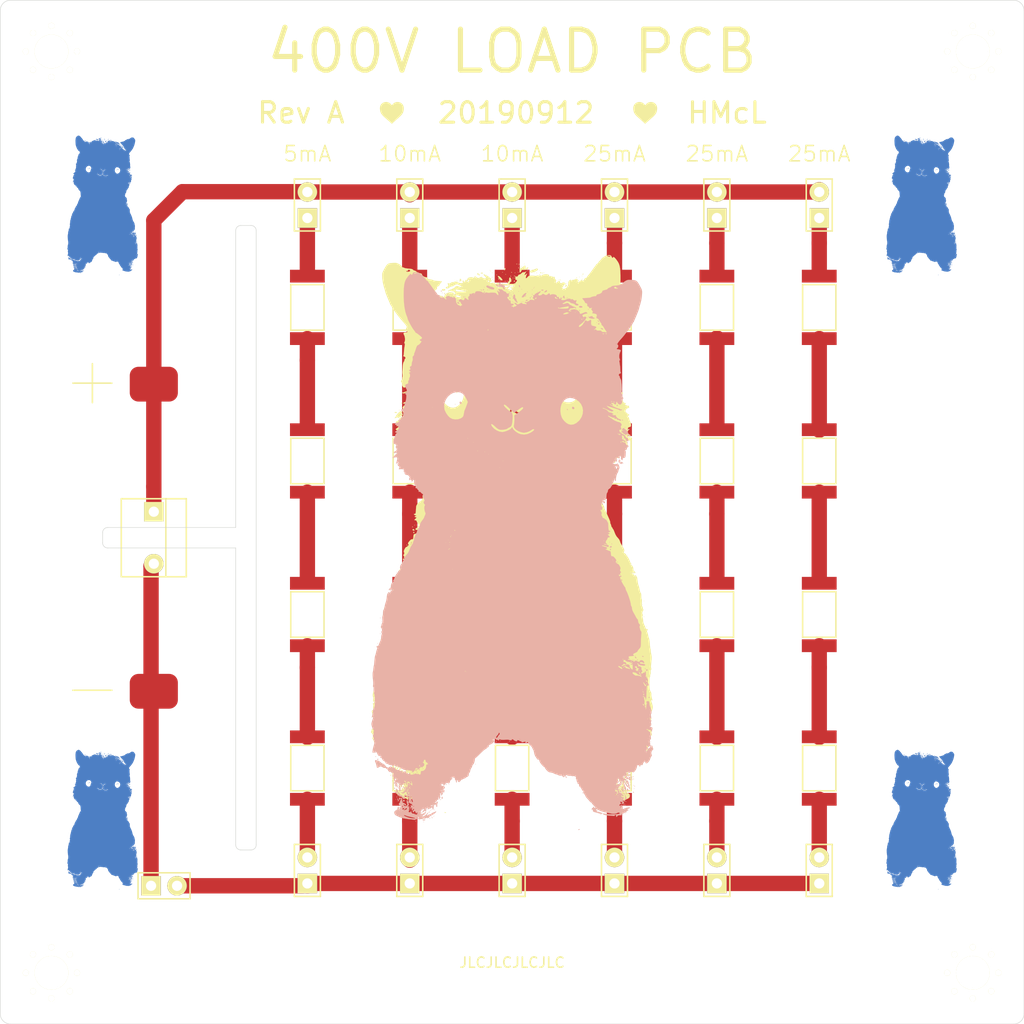
<source format=kicad_pcb>
(kicad_pcb (version 20221018) (generator pcbnew)
  (layers (0 "F.Cu" signal) (31 "B.Cu" signal) (34 "B.Paste" user) (35 "F.Paste" user) (36 "B.SilkS" user "B.Silkscreen") (37 "F.SilkS" user "F.Silkscreen") (38 "B.Mask" user) (39 "F.Mask" user) (44 "Edge.Cuts" user))
  (net 0 "")
  (net 1 "Net-(J1-Pad3)")
  (net 2 "Net-(J1-Pad1)")
  (net 3 "Net-(J11-Pad1)")
  (net 4 "Net-(J3-Pad2)")
  (net 5 "Net-(J4-Pad1)")
  (net 6 "Net-(J5-Pad2)")
  (net 7 "Net-(J6-Pad1)")
  (net 8 "Net-(J7-Pad2)")
  (net 9 "Net-(J8-Pad1)")
  (net 10 "Net-(J9-Pad2)")
  (net 11 "Net-(J10-Pad1)")
  (net 12 "Net-(J11-Pad2)")
  (net 13 "Net-(J12-Pad1)")
  (net 14 "Net-(J13-Pad1)")
  (net 15 "Net-(J14-Pad2)")
  (net 16 "Net-(R1-Pad2)")
  (net 17 "Net-(R2-Pad2)")
  (net 18 "Net-(R3-Pad2)")
  (net 19 "Net-(R5-Pad2)")
  (net 20 "Net-(R6-Pad2)")
  (net 21 "Net-(R7-Pad2)")
  (net 22 "Net-(R10-Pad1)")
  (net 23 "Net-(R10-Pad2)")
  (net 24 "Net-(R11-Pad2)")
  (net 25 "Net-(R13-Pad2)")
  (net 26 "Net-(R14-Pad2)")
  (net 27 "Net-(R15-Pad2)")
  (net 28 "Net-(R17-Pad2)")
  (net 29 "Net-(R18-Pad2)")
  (net 30 "Net-(R19-Pad2)")
  (net 31 "Net-(R21-Pad2)")
  (net 32 "Net-(R22-Pad2)")
  (net 33 "Net-(R23-Pad2)")
  (footprint "agg:MOLEX-KK-254P-03" (layer "F.Cu") (at 60 97.5 -90)
    (fp_text reference "J1")
    (fp_text value "PWR_IN")
  )
  (footprint "agg:SIL-254P-02" (layer "F.Cu") (at 75 130 90)
    (fp_text reference "J3")
    (fp_text value "CONN_01x02")
  )
  (footprint "agg:SIL-254P-02" (layer "F.Cu") (at 85 130 90)
    (fp_text reference "J5")
    (fp_text value "CONN_01x02")
  )
  (footprint "agg:SIL-254P-02" (layer "F.Cu") (at 85 65 90)
    (fp_text reference "J6")
    (fp_text value "CONN_01x02")
  )
  (footprint "agg:SIL-254P-02" (layer "F.Cu") (at 95 130 90)
    (fp_text reference "J7")
    (fp_text value "CONN_01x02")
  )
  (footprint "agg:SIL-254P-02" (layer "F.Cu") (at 95 65 90)
    (fp_text reference "J8")
    (fp_text value "CONN_01x02")
  )
  (footprint "agg:SIL-254P-02" (layer "F.Cu") (at 105 130 90)
    (fp_text reference "J9")
    (fp_text value "CONN_01x02")
  )
  (footprint "agg:SIL-254P-02" (layer "F.Cu") (at 105 65 90)
    (fp_text reference "J10")
    (fp_text value "CONN_01x02")
  )
  (footprint "agg:SIL-254P-02" (layer "F.Cu") (at 115 65 90)
    (fp_text reference "J12")
    (fp_text value "CONN_01x02")
  )
  (footprint "agg:SIL-254P-02" (layer "F.Cu") (at 125 65 90)
    (fp_text reference "J13")
    (fp_text value "CONN_01x02")
  )
  (footprint "agg:SIL-254P-02" (layer "F.Cu") (at 125 130 90)
    (fp_text reference "J14")
    (fp_text value "CONN_01x02")
  )
  (footprint "agg:2512" (layer "F.Cu") (at 75 75 -90)
    (fp_text reference "R1")
    (fp_text value "20k")
  )
  (footprint "agg:2512" (layer "F.Cu") (at 75 90 -90)
    (fp_text reference "R2")
    (fp_text value "20k")
  )
  (footprint "agg:2512" (layer "F.Cu") (at 75 105 -90)
    (fp_text reference "R3")
    (fp_text value "20k")
  )
  (footprint "agg:2512" (layer "F.Cu") (at 75 120 -90)
    (fp_text reference "R4")
    (fp_text value "20k")
  )
  (footprint "agg:2512" (layer "F.Cu") (at 85 105 -90)
    (fp_text reference "R7")
    (fp_text value "10k")
  )
  (footprint "agg:2512" (layer "F.Cu") (at 85 120 -90)
    (fp_text reference "R8")
    (fp_text value "10k")
  )
  (footprint "agg:2512" (layer "F.Cu") (at 95 75 -90)
    (fp_text reference "R9")
    (fp_text value "10k")
  )
  (footprint "agg:2512" (layer "F.Cu") (at 95 105 -90)
    (fp_text reference "R11")
    (fp_text value "10k")
  )
  (footprint "agg:2512" (layer "F.Cu") (at 95 120 -90)
    (fp_text reference "R12")
    (fp_text value "10k")
  )
  (footprint "agg:2512" (layer "F.Cu") (at 105 75 -90)
    (fp_text reference "R13")
    (fp_text value "3k9")
  )
  (footprint "agg:2512" (layer "F.Cu") (at 105 90 -90)
    (fp_text reference "R14")
    (fp_text value "3k9")
  )
  (footprint "agg:2512" (layer "F.Cu") (at 105 105 -90)
    (fp_text reference "R15")
    (fp_text value "3k9")
  )
  (footprint "agg:2512" (layer "F.Cu") (at 105 120 -90)
    (fp_text reference "R16")
    (fp_text value "3k9")
  )
  (footprint "agg:2512" (layer "F.Cu") (at 115 90 -90)
    (fp_text reference "R18")
    (fp_text value "3k9")
  )
  (footprint "agg:2512" (layer "F.Cu") (at 115 105 -90)
    (fp_text reference "R19")
    (fp_text value "3k9")
  )
  (footprint "agg:2512" (layer "F.Cu") (at 115 120 -90)
    (fp_text reference "R20")
    (fp_text value "3k9")
  )
  (footprint "agg:KEYSTONE5016" (layer "F.Cu") (at 60 112.5)
    (fp_text reference "TP2")
    (fp_text value "TESTPAD")
  )
  (footprint "agg:2512" (layer "F.Cu") (at 85 75 -90)
    (fp_text reference "R5")
    (fp_text value "10k")
  )
  (footprint "agg:2512" (layer "F.Cu") (at 85 90 -90)
    (fp_text reference "R6")
    (fp_text value "10k")
  )
  (footprint "agg:2512" (layer "F.Cu") (at 95 90 -90)
    (fp_text reference "R10")
    (fp_text value "10k")
  )
  (footprint "agg:2512" (layer "F.Cu") (at 125 105 -90)
    (fp_text reference "R23")
    (fp_text value "3k9")
  )
  (footprint "agg:2512" (layer "F.Cu") (at 125 90 -90)
    (fp_text reference "R22")
    (fp_text value "3k9")
  )
  (footprint "agg:2512" (layer "F.Cu") (at 125 75 -90)
    (fp_text reference "R21")
    (fp_text value "3k9")
  )
  (footprint "agg:2512" (layer "F.Cu") (at 125 120 -90)
    (fp_text reference "R24")
    (fp_text value "3k9")
  )
  (footprint "agg:SIL-254P-02" (layer "F.Cu") (at 115 130 90)
    (fp_text reference "J11")
    (fp_text value "CONN_01x02")
  )
  (footprint "agg:SIL-254P-02" (layer "F.Cu") (at 75 65 90)
    (fp_text reference "J4")
    (fp_text value "CONN_01x02")
  )
  (footprint "agg:SIL-254P-02" (layer "F.Cu") (at 61 131.5)
    (fp_text reference "J2")
    (fp_text value "CONN_01x02")
  )
  (footprint "agg:KEYSTONE5016" (layer "F.Cu") (at 60 82.5)
    (fp_text reference "TP1")
    (fp_text value "TESTPAD")
  )
  (footprint "agg:2512" (layer "F.Cu") (at 115 75 -90)
    (fp_text reference "R17")
    (fp_text value "3k9")
  )
  (footprint "agg:M3_MOUNT" (layer "F.Cu") (at 140 140)
    (fp_text reference "REF**" hide)
    (fp_text value "M3_MOUNT" hide)
  )
  (footprint "agg:M3_MOUNT" (layer "F.Cu") (at 50 140)
    (fp_text reference "REF**" hide)
    (fp_text value "M3_MOUNT" hide)
  )
  (footprint "agg:M3_MOUNT" (layer "F.Cu") (at 50 50)
    (fp_text reference "REF**" hide)
    (fp_text value "M3_MOUNT" hide)
  )
  (footprint "agg:M3_MOUNT" (layer "F.Cu") (at 140 50)
    (fp_text reference "REF**" hide)
    (fp_text value "M3_MOUNT" hide)
  )
  (footprint "load:heart" (layer "F.Cu") (at 83.25 56)
    (fp_text reference "G***" hide)
    (fp_text value "LOGO" hide)
  )
  (footprint "load:heart" (layer "F.Cu") (at 108 56)
    (fp_text reference "G***" hide)
    (fp_text value "LOGO" hide)
  )
  (footprint "load:alpacasso" (layer "F.Cu") (at 95 97)
    (fp_text reference "G***" hide)
    (fp_text value "LOGO" hide)
  )
  (footprint "load:alpacasso" (layer "B.Cu") (at 95 98.66 180)
    (fp_text reference "G***" hide)
    (fp_text value "LOGO" hide)
  )
  (footprint "load:alpacasso_small" (layer "B.Cu") (at 135 65 180)
    (fp_text reference "G***" hide)
    (fp_text value "LOGO" hide)
  )
  (footprint "load:alpacasso_small" (layer "B.Cu") (at 135 125 180)
    (fp_text reference "G***" hide)
    (fp_text value "LOGO" hide)
  )
  (footprint "load:alpacasso_small" (layer "B.Cu") (at 55 65 180)
    (fp_text reference "G***" hide)
    (fp_text value "LOGO" hide)
  )
  (footprint "load:alpacasso_small" (layer "B.Cu") (at 55 125 180)
    (fp_text reference "G***" hide)
    (fp_text value "LOGO" hide)
  )
  (gr_line (start 144 45) (end 46 45) (stroke (width 0.05)) (layer "Edge.Cuts"))
  (gr_line (start 70 127.5) (end 70 67.5) (stroke (width 0.05)) (layer "Edge.Cuts"))
  (gr_line (start 68 98.5) (end 68 127.5) (stroke (width 0.05)) (layer "Edge.Cuts"))
  (gr_arc (start 68 67.5) (mid 68.146447 67.146447) (end 68.5 67) (stroke (width 0.05)) (layer "Edge.Cuts"))
  (gr_arc (start 145 144) (mid 144.707107 144.707107) (end 144 145) (stroke (width 0.05)) (layer "Edge.Cuts"))
  (gr_arc (start 69.5 67) (mid 69.853553 67.146447) (end 70 67.5) (stroke (width 0.05)) (layer "Edge.Cuts"))
  (gr_line (start 68.5 128) (end 69.5 128) (stroke (width 0.05)) (layer "Edge.Cuts"))
  (gr_line (start 55 97) (end 55 98) (stroke (width 0.05)) (layer "Edge.Cuts"))
  (gr_line (start 68 67.5) (end 68 96.5) (stroke (width 0.05)) (layer "Edge.Cuts"))
  (gr_arc (start 144 45) (mid 144.707107 45.292893) (end 145 46) (stroke (width 0.05)) (layer "Edge.Cuts"))
  (gr_line (start 46 145) (end 144 145) (stroke (width 0.05)) (layer "Edge.Cuts"))
  (gr_arc (start 55.5 98.5) (mid 55.146447 98.353553) (end 55 98) (stroke (width 0.05)) (layer "Edge.Cuts"))
  (gr_arc (start 70 127.5) (mid 69.853553 127.853553) (end 69.5 128) (stroke (width 0.05)) (layer "Edge.Cuts"))
  (gr_arc (start 55 97) (mid 55.146447 96.646447) (end 55.5 96.5) (stroke (width 0.05)) (layer "Edge.Cuts"))
  (gr_line (start 55.5 98.5) (end 68 98.5) (stroke (width 0.05)) (layer "Edge.Cuts"))
  (gr_line (start 68 96.5) (end 55.5 96.5) (stroke (width 0.05)) (layer "Edge.Cuts"))
  (gr_line (start 145 144) (end 145 46) (stroke (width 0.05)) (layer "Edge.Cuts"))
  (gr_arc (start 46 145) (mid 45.292893 144.707107) (end 45 144) (stroke (width 0.05)) (layer "Edge.Cuts"))
  (gr_arc (start 68.5 128) (mid 68.146447 127.853553) (end 68 127.5) (stroke (width 0.05)) (layer "Edge.Cuts"))
  (gr_line (start 45 46) (end 45 144) (stroke (width 0.05)) (layer "Edge.Cuts"))
  (gr_line (start 69.5 67) (end 68.5 67) (stroke (width 0.05)) (layer "Edge.Cuts"))
  (gr_arc (start 45 46) (mid 45.292893 45.292893) (end 46 45) (stroke (width 0.05)) (layer "Edge.Cuts"))
  (gr_text "10mA" (at 85 60) (layer "F.SilkS") (effects (font (size 1.5 1.5))))
  (gr_text "10mA" (at 95 60) (layer "F.SilkS") (effects (font (size 1.5 1.5))))
  (gr_text "25mA" (at 105 60) (layer "F.SilkS") (effects (font (size 1.5 1.5))))
  (gr_text "25mA" (at 115 60) (layer "F.SilkS") (effects (font (size 1.5 1.5))))
  (gr_text "25mA" (at 125 60) (layer "F.SilkS") (effects (font (size 1.5 1.5))))
  (gr_text "-" (at 54 112) (layer "F.SilkS") (effects (font (size 5 5))))
  (gr_text "400V LOAD PCB" (at 95 50) (layer "F.SilkS") (effects (font (size 4 4) (thickness 0.5))))
  (gr_text "Rev A      20190912      HMcL" (at 95 56) (layer "F.SilkS") (effects (font (size 2 2) (thickness 0.3))))
  (gr_text "JLCJLCJLCJLC" (at 95 139) (layer "F.SilkS") (effects (font (size 1 1))))
  (gr_text "+" (at 54 82) (layer "F.SilkS") (effects (font (size 5 5))))
  (gr_text "5mA" (at 75 60) (layer "F.SilkS") (effects (font (size 1.5 1.5))))
  (segment (start 59.73 131.5) (end 59.73 100.27) (width 1.5) (layer "F.Cu") (net 1))
  (segment (start 59.73 100.27) (end 60 100) (width 1.5) (layer "F.Cu") (net 1))
  (segment (start 60 66.5) (end 62.8 63.7) (width 1.5) (layer "F.Cu") (net 2))
  (segment (start 75 63.73) (end 124.77 63.73) (width 1.5) (layer "F.Cu") (net 2))
  (segment (start 84.73 63.73) (end 85 64) (width 1.5) (layer "F.Cu") (net 2))
  (segment (start 62.8 63.7) (end 74.9 63.7) (width 1.5) (layer "F.Cu") (net 2))
  (segment (start 60 92.51) (end 60 82.5) (width 1.5) (layer "F.Cu") (net 2))
  (segment (start 60 82) (end 60 66.5) (width 1.5) (layer "F.Cu") (net 2))
  (segment (start 124.77 63.73) (end 125 63.5) (width 1.5) (layer "F.Cu") (net 2))
  (segment (start 60 94.96) (end 60 92.51) (width 1.5) (layer "F.Cu") (net 2))
  (segment (start 62.27 131.5) (end 74.5 131.5) (width 1.5) (layer "F.Cu") (net 3))
  (segment (start 75.23 131.27) (end 75 131.5) (width 1.5) (layer "F.Cu") (net 3))
  (segment (start 125 131.27) (end 75.23 131.27) (width 1.5) (layer "F.Cu") (net 3))
  (segment (start 75 123.05) (end 75 128.5) (width 1.5) (layer "F.Cu") (net 4))
  (segment (start 75 66.27) (end 75 71.5) (width 1.5) (layer "F.Cu") (net 5))
  (segment (start 85 123.05) (end 85 125.175) (width 1.5) (layer "F.Cu") (net 6))
  (segment (start 85 125.175) (end 85 129) (width 1.5) (layer "F.Cu") (net 6))
  (segment (start 85 66.27) (end 85 72) (width 1.5) (layer "F.Cu") (net 7))
  (segment (start 95 123.05) (end 95 125.175) (width 1.5) (layer "F.Cu") (net 8))
  (segment (start 95 125.175) (end 95 128.5) (width 1.5) (layer "F.Cu") (net 8))
  (segment (start 95 66.27) (end 95 72) (width 1.5) (layer "F.Cu") (net 9))
  (segment (start 105 125.175) (end 105 128.5) (width 1.5) (layer "F.Cu") (net 10))
  (segment (start 105 123.05) (end 105 125.175) (width 1.5) (layer "F.Cu") (net 10))
  (segment (start 105 66.27) (end 105 68.72) (width 1.5) (layer "F.Cu") (net 11))
  (segment (start 105 68.72) (end 105 72) (width 1.5) (layer "F.Cu") (net 11))
  (segment (start 115 123.05) (end 115 125.175) (width 1.5) (layer "F.Cu") (net 12))
  (segment (start 115 125.175) (end 115 128.5) (width 1.5) (layer "F.Cu") (net 12))
  (segment (start 115 66.27) (end 115 68.72) (width 1.5) (layer "F.Cu") (net 13))
  (segment (start 115 68.72) (end 115 71.5) (width 1.5) (layer "F.Cu") (net 13))
  (segment (start 125 68.72) (end 125 71.5) (width 1.5) (layer "F.Cu") (net 14))
  (segment (start 125 66.27) (end 125 68.72) (width 1.5) (layer "F.Cu") (net 14))
  (segment (start 125 123.05) (end 125 128.5) (width 1.5) (layer "F.Cu") (net 15))
  (segment (start 75 80.175) (end 75 86.5) (width 1.5) (layer "F.Cu") (net 16))
  (segment (start 75 78.05) (end 75 80.175) (width 1.5) (layer "F.Cu") (net 16))
  (segment (start 75 93.05) (end 75 101.5) (width 1.5) (layer "F.Cu") (net 17))
  (segment (start 75 108.05) (end 75 110.175) (width 1.5) (layer "F.Cu") (net 18))
  (segment (start 75 110.175) (end 75 117) (width 1.5) (layer "F.Cu") (net 18))
  (segment (start 85 78.05) (end 85 87) (width 1.5) (layer "F.Cu") (net 19))
  (segment (start 85 93.05) (end 85 95.175) (width 1.5) (layer "F.Cu") (net 20))
  (segment (start 85 95.175) (end 85 101.5) (width 1.5) (layer "F.Cu") (net 20))
  (segment (start 85 110.175) (end 85 116.5) (width 1.5) (layer "F.Cu") (net 21))
  (segment (start 85 108.05) (end 85 110.175) (width 1.5) (layer "F.Cu") (net 21))
  (segment (start 95 78.05) (end 95 87) (width 1.5) (layer "F.Cu") (net 22))
  (segment (start 95 93.05) (end 95 101.5) (width 1.5) (layer "F.Cu") (net 23))
  (segment (start 95 110.175) (end 95 117) (width 1.5) (layer "F.Cu") (net 24))
  (segment (start 95 108.05) (end 95 110.175) (width 1.5) (layer "F.Cu") (net 24))
  (segment (start 105 78.05) (end 105 87) (width 1.5) (layer "F.Cu") (net 25))
  (segment (start 105 93.05) (end 105 95.175) (width 1.5) (layer "F.Cu") (net 26))
  (segment (start 105 95.175) (end 105 101.5) (width 1.5) (layer "F.Cu") (net 26))
  (segment (start 105 110.175) (end 105 117) (width 1.5) (layer "F.Cu") (net 27))
  (segment (start 105 108.05) (end 105 110.175) (width 1.5) (layer "F.Cu") (net 27))
  (segment (start 115 78.05) (end 115 78) (width 1.5) (layer "F.Cu") (net 28))
  (segment (start 115 78) (end 115 86.5) (width 1.5) (layer "F.Cu") (net 28))
  (segment (start 115 95.175) (end 115 101.5) (width 1.5) (layer "F.Cu") (net 29))
  (segment (start 115 93.05) (end 115 95.175) (width 1.5) (layer "F.Cu") (net 29))
  (segment (start 115 108.05) (end 115 117) (width 1.5) (layer "F.Cu") (net 30))
  (segment (start 125 78.05) (end 125 87) (width 1.5) (layer "F.Cu") (net 31))
  (segment (start 125 93.05) (end 125 101.5) (width 1.5) (layer "F.Cu") (net 32))
  (segment (start 125 110.175) (end 125 117) (width 1.5) (layer "F.Cu") (net 33))
  (segment (start 125 108.05) (end 125 110.175) (width 1.5) (layer "F.Cu") (net 33))
)
</source>
